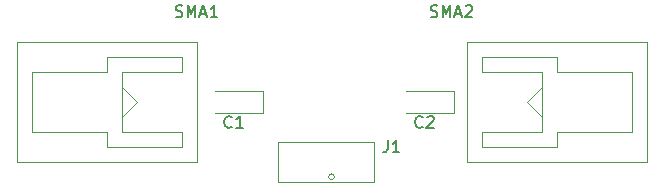
<source format=gbr>
G04 #@! TF.GenerationSoftware,KiCad,Pcbnew,5.1.2-f72e74a~84~ubuntu18.04.1*
G04 #@! TF.CreationDate,2019-11-26T17:04:54+01:00*
G04 #@! TF.ProjectId,resonator_LC,7265736f-6e61-4746-9f72-5f4c432e6b69,rev?*
G04 #@! TF.SameCoordinates,Original*
G04 #@! TF.FileFunction,Legend,Top*
G04 #@! TF.FilePolarity,Positive*
%FSLAX46Y46*%
G04 Gerber Fmt 4.6, Leading zero omitted, Abs format (unit mm)*
G04 Created by KiCad (PCBNEW 5.1.2-f72e74a~84~ubuntu18.04.1) date 2019-11-26 17:04:54*
%MOMM*%
%LPD*%
G04 APERTURE LIST*
%ADD10C,0.120000*%
%ADD11C,0.150000*%
G04 APERTURE END LIST*
D10*
X119380000Y-95250000D02*
X118110000Y-93980000D01*
X119380000Y-92710000D02*
X118110000Y-93980000D01*
X113030000Y-99060000D02*
X128270000Y-99060000D01*
X128270000Y-88900000D02*
X113030000Y-88900000D01*
X114300000Y-96520000D02*
X114300000Y-97790000D01*
X119380000Y-96520000D02*
X114300000Y-96520000D01*
X119380000Y-91440000D02*
X119380000Y-96520000D01*
X114300000Y-91440000D02*
X119380000Y-91440000D01*
X114300000Y-90170000D02*
X114300000Y-91440000D01*
X127000000Y-91440000D02*
X127000000Y-96520000D01*
X120650000Y-91440000D02*
X127000000Y-91440000D01*
X120650000Y-90170000D02*
X120650000Y-91440000D01*
X120650000Y-96520000D02*
X127000000Y-96520000D01*
X120650000Y-97790000D02*
X120650000Y-96520000D01*
X128270000Y-99060000D02*
X128270000Y-88900000D01*
X113030000Y-88900000D02*
X113030000Y-99060000D01*
X120650000Y-97790000D02*
X114300000Y-97790000D01*
X114300000Y-90170000D02*
X120650000Y-90170000D01*
X83820000Y-92710000D02*
X85090000Y-93980000D01*
X83820000Y-95250000D02*
X85090000Y-93980000D01*
X90170000Y-88900000D02*
X74930000Y-88900000D01*
X74930000Y-99060000D02*
X90170000Y-99060000D01*
X88900000Y-91440000D02*
X88900000Y-90170000D01*
X83820000Y-91440000D02*
X88900000Y-91440000D01*
X83820000Y-96520000D02*
X83820000Y-91440000D01*
X88900000Y-96520000D02*
X83820000Y-96520000D01*
X88900000Y-97790000D02*
X88900000Y-96520000D01*
X76200000Y-96520000D02*
X76200000Y-91440000D01*
X82550000Y-96520000D02*
X76200000Y-96520000D01*
X82550000Y-97790000D02*
X82550000Y-96520000D01*
X82550000Y-91440000D02*
X76200000Y-91440000D01*
X82550000Y-90170000D02*
X82550000Y-91440000D01*
X74930000Y-88900000D02*
X74930000Y-99060000D01*
X90170000Y-99060000D02*
X90170000Y-88900000D01*
X82550000Y-90170000D02*
X88900000Y-90170000D01*
X88900000Y-97790000D02*
X82550000Y-97790000D01*
X101850000Y-100330000D02*
G75*
G03X101850000Y-100330000I-250000J0D01*
G01*
X105170000Y-100760000D02*
X97070000Y-100760000D01*
X97070000Y-97360000D02*
X105170000Y-97360000D01*
X105170000Y-100760000D02*
X105170000Y-97360000D01*
X97070000Y-100760000D02*
X97070000Y-97360000D01*
X111957500Y-93045000D02*
X107872500Y-93045000D01*
X111957500Y-94915000D02*
X111957500Y-93045000D01*
X107872500Y-94915000D02*
X111957500Y-94915000D01*
X95797500Y-93045000D02*
X91712500Y-93045000D01*
X95797500Y-94915000D02*
X95797500Y-93045000D01*
X91712500Y-94915000D02*
X95797500Y-94915000D01*
D11*
X109998095Y-86764761D02*
X110140952Y-86812380D01*
X110379047Y-86812380D01*
X110474285Y-86764761D01*
X110521904Y-86717142D01*
X110569523Y-86621904D01*
X110569523Y-86526666D01*
X110521904Y-86431428D01*
X110474285Y-86383809D01*
X110379047Y-86336190D01*
X110188571Y-86288571D01*
X110093333Y-86240952D01*
X110045714Y-86193333D01*
X109998095Y-86098095D01*
X109998095Y-86002857D01*
X110045714Y-85907619D01*
X110093333Y-85860000D01*
X110188571Y-85812380D01*
X110426666Y-85812380D01*
X110569523Y-85860000D01*
X110998095Y-86812380D02*
X110998095Y-85812380D01*
X111331428Y-86526666D01*
X111664761Y-85812380D01*
X111664761Y-86812380D01*
X112093333Y-86526666D02*
X112569523Y-86526666D01*
X111998095Y-86812380D02*
X112331428Y-85812380D01*
X112664761Y-86812380D01*
X112950476Y-85907619D02*
X112998095Y-85860000D01*
X113093333Y-85812380D01*
X113331428Y-85812380D01*
X113426666Y-85860000D01*
X113474285Y-85907619D01*
X113521904Y-86002857D01*
X113521904Y-86098095D01*
X113474285Y-86240952D01*
X112902857Y-86812380D01*
X113521904Y-86812380D01*
X88408095Y-86764761D02*
X88550952Y-86812380D01*
X88789047Y-86812380D01*
X88884285Y-86764761D01*
X88931904Y-86717142D01*
X88979523Y-86621904D01*
X88979523Y-86526666D01*
X88931904Y-86431428D01*
X88884285Y-86383809D01*
X88789047Y-86336190D01*
X88598571Y-86288571D01*
X88503333Y-86240952D01*
X88455714Y-86193333D01*
X88408095Y-86098095D01*
X88408095Y-86002857D01*
X88455714Y-85907619D01*
X88503333Y-85860000D01*
X88598571Y-85812380D01*
X88836666Y-85812380D01*
X88979523Y-85860000D01*
X89408095Y-86812380D02*
X89408095Y-85812380D01*
X89741428Y-86526666D01*
X90074761Y-85812380D01*
X90074761Y-86812380D01*
X90503333Y-86526666D02*
X90979523Y-86526666D01*
X90408095Y-86812380D02*
X90741428Y-85812380D01*
X91074761Y-86812380D01*
X91931904Y-86812380D02*
X91360476Y-86812380D01*
X91646190Y-86812380D02*
X91646190Y-85812380D01*
X91550952Y-85955238D01*
X91455714Y-86050476D01*
X91360476Y-86098095D01*
X106346666Y-97242380D02*
X106346666Y-97956666D01*
X106299047Y-98099523D01*
X106203809Y-98194761D01*
X106060952Y-98242380D01*
X105965714Y-98242380D01*
X107346666Y-98242380D02*
X106775238Y-98242380D01*
X107060952Y-98242380D02*
X107060952Y-97242380D01*
X106965714Y-97385238D01*
X106870476Y-97480476D01*
X106775238Y-97528095D01*
X109305833Y-96087142D02*
X109258214Y-96134761D01*
X109115357Y-96182380D01*
X109020119Y-96182380D01*
X108877261Y-96134761D01*
X108782023Y-96039523D01*
X108734404Y-95944285D01*
X108686785Y-95753809D01*
X108686785Y-95610952D01*
X108734404Y-95420476D01*
X108782023Y-95325238D01*
X108877261Y-95230000D01*
X109020119Y-95182380D01*
X109115357Y-95182380D01*
X109258214Y-95230000D01*
X109305833Y-95277619D01*
X109686785Y-95277619D02*
X109734404Y-95230000D01*
X109829642Y-95182380D01*
X110067738Y-95182380D01*
X110162976Y-95230000D01*
X110210595Y-95277619D01*
X110258214Y-95372857D01*
X110258214Y-95468095D01*
X110210595Y-95610952D01*
X109639166Y-96182380D01*
X110258214Y-96182380D01*
X93145833Y-96087142D02*
X93098214Y-96134761D01*
X92955357Y-96182380D01*
X92860119Y-96182380D01*
X92717261Y-96134761D01*
X92622023Y-96039523D01*
X92574404Y-95944285D01*
X92526785Y-95753809D01*
X92526785Y-95610952D01*
X92574404Y-95420476D01*
X92622023Y-95325238D01*
X92717261Y-95230000D01*
X92860119Y-95182380D01*
X92955357Y-95182380D01*
X93098214Y-95230000D01*
X93145833Y-95277619D01*
X94098214Y-96182380D02*
X93526785Y-96182380D01*
X93812500Y-96182380D02*
X93812500Y-95182380D01*
X93717261Y-95325238D01*
X93622023Y-95420476D01*
X93526785Y-95468095D01*
M02*

</source>
